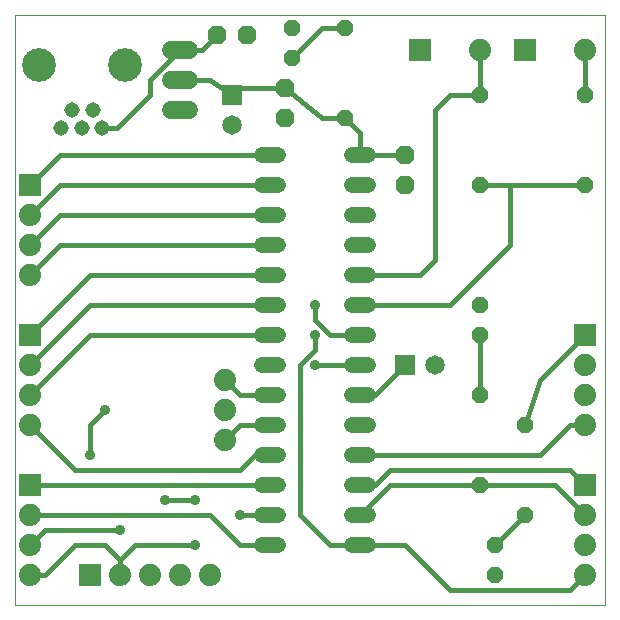
<source format=gtl>
G75*
G70*
%OFA0B0*%
%FSLAX24Y24*%
%IPPOS*%
%LPD*%
%AMOC8*
5,1,8,0,0,1.08239X$1,22.5*
%
%ADD10C,0.0000*%
%ADD11C,0.0515*%
%ADD12C,0.1122*%
%ADD13C,0.0600*%
%ADD14OC8,0.0630*%
%ADD15R,0.0650X0.0650*%
%ADD16C,0.0650*%
%ADD17OC8,0.0520*%
%ADD18C,0.0520*%
%ADD19C,0.0740*%
%ADD20R,0.0740X0.0740*%
%ADD21C,0.0160*%
%ADD22C,0.0356*%
D10*
X000816Y001371D02*
X000816Y021056D01*
X020501Y021056D01*
X020501Y001371D01*
X000816Y001371D01*
D11*
X002366Y017271D03*
X002736Y017891D03*
X003066Y017271D03*
X003426Y017891D03*
X003736Y017271D03*
D12*
X004503Y019371D03*
X001629Y019371D03*
D13*
X006016Y019871D02*
X006616Y019871D01*
X006616Y018871D02*
X006016Y018871D01*
X006016Y017871D02*
X006616Y017871D01*
D14*
X007566Y020371D03*
X008566Y020371D03*
X009816Y018621D03*
X009816Y017621D03*
X013816Y016371D03*
X013816Y015371D03*
D15*
X013816Y009371D03*
X008066Y018371D03*
D16*
X008066Y017371D03*
X014816Y009371D03*
D17*
X016316Y010371D03*
X016316Y011371D03*
X016316Y008371D03*
X017816Y007371D03*
X016316Y005371D03*
X017816Y004371D03*
X016816Y003371D03*
X016816Y002371D03*
X016316Y015371D03*
X016316Y018371D03*
X019816Y018371D03*
X019816Y015371D03*
X011816Y017621D03*
X010066Y019621D03*
X010066Y020621D03*
X011816Y020621D03*
D18*
X012056Y016371D02*
X012576Y016371D01*
X012576Y015371D02*
X012056Y015371D01*
X012056Y014371D02*
X012576Y014371D01*
X012576Y013371D02*
X012056Y013371D01*
X012056Y012371D02*
X012576Y012371D01*
X012576Y011371D02*
X012056Y011371D01*
X012056Y010371D02*
X012576Y010371D01*
X012576Y009371D02*
X012056Y009371D01*
X012056Y008371D02*
X012576Y008371D01*
X012576Y007371D02*
X012056Y007371D01*
X012056Y006371D02*
X012576Y006371D01*
X012576Y005371D02*
X012056Y005371D01*
X012056Y004371D02*
X012576Y004371D01*
X012576Y003371D02*
X012056Y003371D01*
X009576Y003371D02*
X009056Y003371D01*
X009056Y004371D02*
X009576Y004371D01*
X009576Y005371D02*
X009056Y005371D01*
X009056Y006371D02*
X009576Y006371D01*
X009576Y007371D02*
X009056Y007371D01*
X009056Y008371D02*
X009576Y008371D01*
X009576Y009371D02*
X009056Y009371D01*
X009056Y010371D02*
X009576Y010371D01*
X009576Y011371D02*
X009056Y011371D01*
X009056Y012371D02*
X009576Y012371D01*
X009576Y013371D02*
X009056Y013371D01*
X009056Y014371D02*
X009576Y014371D01*
X009576Y015371D02*
X009056Y015371D01*
X009056Y016371D02*
X009576Y016371D01*
D19*
X016316Y019871D03*
X019816Y019871D03*
X019816Y009371D03*
X019816Y008371D03*
X019816Y007371D03*
X019816Y004371D03*
X019816Y003371D03*
X019816Y002371D03*
X007816Y006871D03*
X007816Y007871D03*
X007816Y008871D03*
X007316Y002371D03*
X006316Y002371D03*
X005316Y002371D03*
X004316Y002371D03*
X001316Y002371D03*
X001316Y003371D03*
X001316Y004371D03*
X001316Y007371D03*
X001316Y008371D03*
X001316Y009371D03*
X001316Y012371D03*
X001316Y013371D03*
X001316Y014371D03*
D20*
X001316Y015371D03*
X001316Y010371D03*
X001316Y005371D03*
X003316Y002371D03*
X014316Y019871D03*
X017816Y019871D03*
X019816Y010371D03*
X019816Y005371D03*
D21*
X019316Y005871D01*
X013316Y005871D01*
X012816Y005371D01*
X012316Y005371D01*
X012316Y006371D02*
X018316Y006371D01*
X019316Y007371D01*
X019816Y007371D01*
X017816Y007371D02*
X018316Y008871D01*
X019816Y010371D01*
X017316Y013371D02*
X017316Y015371D01*
X019816Y015371D01*
X017316Y015371D02*
X016316Y015371D01*
X017316Y013371D02*
X015316Y011371D01*
X012316Y011371D01*
X012316Y012371D02*
X014316Y012371D01*
X014816Y012871D01*
X014816Y017871D01*
X015316Y018371D01*
X016316Y018371D01*
X016316Y019871D01*
X013816Y016371D02*
X012316Y016371D01*
X012316Y017121D01*
X011816Y017621D01*
X011066Y017621D01*
X009816Y018621D01*
X008316Y018621D01*
X008066Y018371D01*
X007316Y018871D01*
X006316Y018871D01*
X005316Y018871D02*
X006316Y019871D01*
X007066Y019871D01*
X007566Y020371D01*
X005316Y018871D02*
X005316Y018371D01*
X004216Y017271D01*
X003736Y017271D01*
X002316Y016371D02*
X009316Y016371D01*
X009316Y015371D02*
X002316Y015371D01*
X001316Y014371D01*
X001316Y015371D02*
X002316Y016371D01*
X002316Y014371D02*
X009316Y014371D01*
X009316Y013371D02*
X002316Y013371D01*
X001316Y012371D01*
X001316Y013371D02*
X002316Y014371D01*
X003316Y012371D02*
X009316Y012371D01*
X009316Y011371D02*
X003316Y011371D01*
X001316Y009371D01*
X001316Y008371D02*
X003316Y010371D01*
X009316Y010371D01*
X010316Y009371D02*
X010316Y004371D01*
X011316Y003371D01*
X012316Y003371D01*
X013816Y003371D01*
X015316Y001871D01*
X019316Y001871D01*
X019816Y002371D01*
X019816Y004371D02*
X018816Y005371D01*
X016316Y005371D01*
X013316Y005371D01*
X012316Y004371D01*
X009316Y004371D02*
X008316Y004371D01*
X007316Y004371D02*
X008316Y003371D01*
X009316Y003371D01*
X009316Y005371D02*
X001316Y005371D01*
X001316Y004371D02*
X007316Y004371D01*
X006816Y004871D02*
X005816Y004871D01*
X004316Y003871D02*
X001816Y003871D01*
X001316Y003371D01*
X001316Y002371D02*
X001816Y002371D01*
X002816Y003371D01*
X003816Y003371D01*
X004316Y002871D01*
X004816Y003371D01*
X006816Y003371D01*
X008316Y005871D02*
X008816Y006371D01*
X009316Y006371D01*
X009316Y007371D02*
X008316Y007371D01*
X007816Y006871D01*
X008316Y005871D02*
X002816Y005871D01*
X001316Y007371D01*
X003316Y007371D02*
X003316Y006371D01*
X003316Y007371D02*
X003816Y007871D01*
X001316Y010371D02*
X003316Y012371D01*
X007816Y008871D02*
X008316Y008371D01*
X009316Y008371D01*
X010316Y009371D02*
X010816Y009871D01*
X010816Y010371D01*
X010816Y010871D02*
X011316Y010371D01*
X012316Y010371D01*
X012316Y009371D02*
X010816Y009371D01*
X010816Y010871D02*
X010816Y011371D01*
X012316Y008371D02*
X012816Y008371D01*
X013816Y009371D01*
X016316Y008371D02*
X016316Y010371D01*
X017816Y004371D02*
X016816Y003371D01*
X004316Y002871D02*
X004316Y002371D01*
X019816Y018371D02*
X019816Y019871D01*
X011816Y020621D02*
X011066Y020621D01*
X010066Y019621D01*
D22*
X010816Y011371D03*
X010816Y010371D03*
X010816Y009371D03*
X006816Y004871D03*
X005816Y004871D03*
X004316Y003871D03*
X003316Y006371D03*
X003816Y007871D03*
X006816Y003371D03*
X008316Y004371D03*
M02*

</source>
